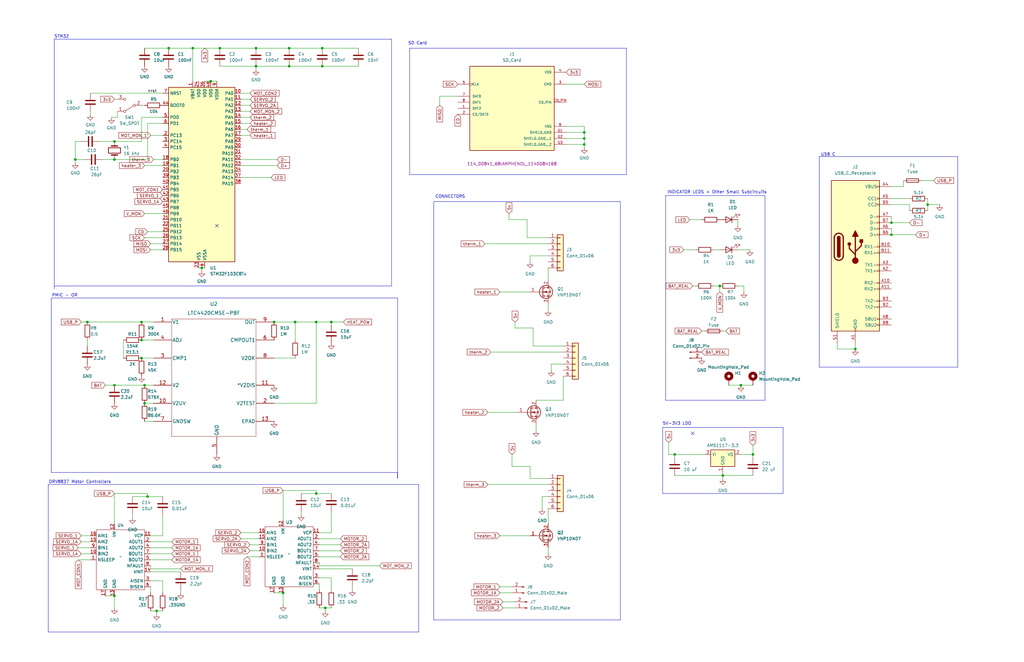
<source format=kicad_sch>
(kicad_sch (version 20231120) (generator "eeschema") (generator_version "8.0")
  (paper "USLedger")
  (junction (at 304.8 200.66))
  (junction (at 133.35 135.89))
  (junction (at 246.38 58.42))
  (junction (at 59.69 151.13))
  (junction (at 59.69 135.89))
  (junction (at 81.28 20.32))
  (junction (at 107.95 20.32))
  (junction (at 246.38 55.88))
  (junction (at 60.96 170.18))
  (junction (at 121.92 20.32))
  (junction (at 133.35 208.28))
  (junction (at 135.89 27.94))
  (junction (at 375.92 99.06))
  (junction (at 107.95 27.94))
  (junction (at 71.12 20.32))
  (junction (at 139.7 135.89))
  (junction (at 137.16 256.54))
  (junction (at 124.46 135.89))
  (junction (at 121.92 27.94))
  (junction (at 62.23 209.55))
  (junction (at 85.09 113.03))
  (junction (at 246.38 60.96))
  (junction (at 135.89 20.32))
  (junction (at 36.83 135.89))
  (junction (at 312.42 162.56))
  (junction (at 31.75 67.31))
  (junction (at 303.53 120.65))
  (junction (at 92.71 20.32))
  (junction (at 48.26 162.56))
  (junction (at 119.38 250.19))
  (junction (at 284.48 191.77))
  (junction (at 66.04 257.81))
  (junction (at 59.69 143.51))
  (junction (at 48.26 251.46))
  (junction (at 115.57 135.89))
  (junction (at 60.96 162.56))
  (junction (at 88.9 34.29))
  (junction (at 48.26 59.69))
  (junction (at 48.26 67.31))
  (junction (at 375.92 93.98))
  (junction (at 360.68 147.32))
  (junction (at 317.5 191.77))
  (junction (at 391.16 86.36))
  (no_connect (at 91.44 95.25))
  (no_connect (at 292.1 182.88))
  (wire (pts (xy 317.5 191.77) (xy 317.5 193.04)))
  (wire (pts (xy 62.23 67.31) (xy 62.23 52.07)))
  (wire (pts (xy 311.15 120.65) (xy 313.69 120.65)))
  (wire (pts (xy 237.49 153.67) (xy 232.41 153.67)))
  (wire (pts (xy 134.62 232.41) (xy 143.51 232.41)))
  (wire (pts (xy 222.25 92.71) (xy 222.25 100.33)))
  (wire (pts (xy 63.5 228.6) (xy 72.39 228.6)))
  (wire (pts (xy 133.35 207.01) (xy 133.35 208.28)))
  (wire (pts (xy 121.92 27.94) (xy 135.89 27.94)))
  (polyline (pts (xy 261.62 85.09) (xy 261.62 261.62)))
  (polyline (pts (xy 22.86 16.51) (xy 165.1 16.51)))
  (wire (pts (xy 43.18 67.31) (xy 48.26 67.31)))
  (wire (pts (xy 124.46 135.89) (xy 133.35 135.89)))
  (wire (pts (xy 68.58 217.17) (xy 68.58 226.06)))
  (wire (pts (xy 304.8 139.7) (xy 306.07 139.7)))
  (polyline (pts (xy 167.64 199.39) (xy 167.64 201.93)))
  (wire (pts (xy 137.16 256.54) (xy 137.16 257.81)))
  (wire (pts (xy 62.23 209.55) (xy 68.58 209.55)))
  (polyline (pts (xy 165.1 120.65) (xy 165.1 16.51)))
  (wire (pts (xy 137.16 256.54) (xy 139.7 256.54)))
  (wire (pts (xy 134.62 256.54) (xy 137.16 256.54)))
  (wire (pts (xy 119.38 219.71) (xy 119.38 207.01)))
  (wire (pts (xy 312.42 162.56) (xy 317.5 162.56)))
  (polyline (pts (xy 403.86 154.94) (xy 345.44 154.94)))
  (wire (pts (xy 101.6 46.99) (xy 105.41 46.99)))
  (wire (pts (xy 290.83 92.71) (xy 295.91 92.71)))
  (wire (pts (xy 55.88 209.55) (xy 62.23 209.55)))
  (wire (pts (xy 210.82 247.65) (xy 215.9 247.65)))
  (polyline (pts (xy 176.53 266.7) (xy 20.32 266.7)))
  (polyline (pts (xy 182.88 85.09) (xy 261.62 85.09)))
  (wire (pts (xy 107.95 27.94) (xy 107.95 29.21)))
  (wire (pts (xy 105.41 44.45) (xy 101.6 44.45)))
  (polyline (pts (xy 279.4 208.28) (xy 279.4 180.34)))
  (wire (pts (xy 204.47 102.87) (xy 231.14 102.87)))
  (wire (pts (xy 391.16 83.82) (xy 391.16 86.36)))
  (wire (pts (xy 59.69 44.45) (xy 60.96 44.45)))
  (wire (pts (xy 48.26 208.28) (xy 62.23 208.28)))
  (wire (pts (xy 119.38 255.27) (xy 119.38 250.19)))
  (polyline (pts (xy 21.59 199.39) (xy 21.59 125.73)))
  (wire (pts (xy 246.38 58.42) (xy 246.38 55.88)))
  (wire (pts (xy 68.58 49.53) (xy 59.69 49.53)))
  (wire (pts (xy 66.04 257.81) (xy 66.04 259.08)))
  (wire (pts (xy 231.14 214.63) (xy 231.14 220.98)))
  (wire (pts (xy 81.28 20.32) (xy 81.28 34.29)))
  (wire (pts (xy 139.7 137.16) (xy 139.7 135.89)))
  (polyline (pts (xy 21.59 125.73) (xy 167.64 125.73)))
  (wire (pts (xy 238.76 60.96) (xy 246.38 60.96)))
  (wire (pts (xy 127 208.28) (xy 133.35 208.28)))
  (wire (pts (xy 88.9 34.29) (xy 86.36 34.29)))
  (polyline (pts (xy 264.16 20.32) (xy 264.16 73.66)))
  (wire (pts (xy 134.62 229.87) (xy 143.51 229.87)))
  (wire (pts (xy 304.8 199.39) (xy 304.8 200.66)))
  (wire (pts (xy 139.7 135.89) (xy 144.78 135.89)))
  (polyline (pts (xy 280.67 82.55) (xy 322.58 82.55)))
  (wire (pts (xy 139.7 224.79) (xy 134.62 224.79)))
  (wire (pts (xy 105.41 229.87) (xy 109.22 229.87)))
  (wire (pts (xy 31.75 59.69) (xy 31.75 67.31)))
  (wire (pts (xy 139.7 243.84) (xy 139.7 248.92)))
  (polyline (pts (xy 280.67 168.91) (xy 280.67 82.55)))
  (wire (pts (xy 133.35 170.18) (xy 133.35 135.89)))
  (wire (pts (xy 232.41 153.67) (xy 232.41 156.21)))
  (wire (pts (xy 66.04 257.81) (xy 68.58 257.81)))
  (polyline (pts (xy 322.58 168.91) (xy 280.67 168.91)))
  (wire (pts (xy 85.09 113.03) (xy 85.09 114.3)))
  (wire (pts (xy 212.09 254) (xy 217.17 254)))
  (wire (pts (xy 59.69 143.51) (xy 64.77 143.51)))
  (wire (pts (xy 304.8 200.66) (xy 304.8 201.93)))
  (wire (pts (xy 34.29 135.89) (xy 36.83 135.89)))
  (wire (pts (xy 38.1 48.26) (xy 38.1 46.99)))
  (wire (pts (xy 60.96 170.18) (xy 64.77 170.18)))
  (wire (pts (xy 307.34 162.56) (xy 312.42 162.56)))
  (wire (pts (xy 92.71 20.32) (xy 107.95 20.32)))
  (wire (pts (xy 115.57 250.19) (xy 119.38 250.19)))
  (wire (pts (xy 76.2 248.92) (xy 76.2 250.19)))
  (wire (pts (xy 223.52 201.93) (xy 231.14 201.93)))
  (wire (pts (xy 284.48 191.77) (xy 297.18 191.77)))
  (wire (pts (xy 217.17 138.43) (xy 224.79 138.43)))
  (wire (pts (xy 388.62 76.2) (xy 393.7 76.2)))
  (wire (pts (xy 60.96 90.17) (xy 68.58 90.17)))
  (wire (pts (xy 48.26 220.98) (xy 48.26 208.28)))
  (wire (pts (xy 134.62 238.76) (xy 134.62 237.49)))
  (wire (pts (xy 63.5 102.87) (xy 68.58 102.87)))
  (wire (pts (xy 48.26 162.56) (xy 60.96 162.56)))
  (wire (pts (xy 133.35 208.28) (xy 139.7 208.28)))
  (wire (pts (xy 281.94 186.69) (xy 281.94 191.77)))
  (wire (pts (xy 55.88 218.44) (xy 55.88 217.17)))
  (wire (pts (xy 391.16 86.36) (xy 391.16 88.9)))
  (wire (pts (xy 135.89 27.94) (xy 151.13 27.94)))
  (wire (pts (xy 238.76 58.42) (xy 246.38 58.42)))
  (wire (pts (xy 63.5 245.11) (xy 68.58 245.11)))
  (wire (pts (xy 381 78.74) (xy 375.92 78.74)))
  (wire (pts (xy 237.49 158.75) (xy 237.49 168.91)))
  (polyline (pts (xy 322.58 82.55) (xy 322.58 168.91)))
  (wire (pts (xy 64.77 67.31) (xy 68.58 67.31)))
  (wire (pts (xy 83.82 113.03) (xy 85.09 113.03)))
  (wire (pts (xy 300.99 105.41) (xy 303.53 105.41)))
  (wire (pts (xy 292.1 120.65) (xy 293.37 120.65)))
  (wire (pts (xy 391.16 86.36) (xy 396.24 86.36)))
  (wire (pts (xy 63.5 240.03) (xy 63.5 238.76)))
  (wire (pts (xy 63.5 241.3) (xy 76.2 241.3)))
  (wire (pts (xy 68.58 226.06) (xy 63.5 226.06)))
  (wire (pts (xy 205.74 173.99) (xy 218.44 173.99)))
  (wire (pts (xy 246.38 62.23) (xy 246.38 60.96)))
  (polyline (pts (xy 22.86 16.51) (xy 22.86 121.92)))
  (wire (pts (xy 76.2 240.03) (xy 63.5 240.03)))
  (wire (pts (xy 228.6 209.55) (xy 228.6 214.63)))
  (polyline (pts (xy 172.72 20.32) (xy 264.16 20.32)))
  (wire (pts (xy 63.5 231.14) (xy 72.39 231.14)))
  (wire (pts (xy 59.69 151.13) (xy 64.77 151.13)))
  (wire (pts (xy 41.91 59.69) (xy 48.26 59.69)))
  (wire (pts (xy 134.62 240.03) (xy 148.59 240.03)))
  (wire (pts (xy 214.63 90.17) (xy 214.63 92.71)))
  (wire (pts (xy 48.26 67.31) (xy 62.23 67.31)))
  (wire (pts (xy 33.02 236.22) (xy 38.1 236.22)))
  (wire (pts (xy 107.95 20.32) (xy 121.92 20.32)))
  (wire (pts (xy 238.76 55.88) (xy 246.38 55.88)))
  (wire (pts (xy 311.15 105.41) (xy 316.23 105.41)))
  (wire (pts (xy 228.6 209.55) (xy 231.14 209.55)))
  (wire (pts (xy 63.5 236.22) (xy 72.39 236.22)))
  (wire (pts (xy 63.5 247.65) (xy 63.5 250.19)))
  (wire (pts (xy 101.6 69.85) (xy 116.84 69.85)))
  (polyline (pts (xy 20.32 266.7) (xy 20.32 204.47)))
  (wire (pts (xy 104.14 234.95) (xy 109.22 234.95)))
  (polyline (pts (xy 345.44 66.04) (xy 403.86 66.04)))
  (wire (pts (xy 52.07 143.51) (xy 52.07 151.13)))
  (wire (pts (xy 124.46 135.89) (xy 124.46 143.51)))
  (wire (pts (xy 210.82 226.06) (xy 223.52 226.06)))
  (wire (pts (xy 215.9 196.85) (xy 223.52 196.85)))
  (wire (pts (xy 313.69 120.65) (xy 313.69 123.19)))
  (polyline (pts (xy 182.88 261.62) (xy 182.88 85.09)))
  (wire (pts (xy 115.57 170.18) (xy 133.35 170.18)))
  (wire (pts (xy 127 217.17) (xy 127 215.9)))
  (wire (pts (xy 185.42 40.64) (xy 193.04 40.64)))
  (wire (pts (xy 134.62 246.38) (xy 134.62 248.92)))
  (wire (pts (xy 231.14 128.27) (xy 231.14 130.81)))
  (wire (pts (xy 105.41 232.41) (xy 109.22 232.41)))
  (wire (pts (xy 246.38 55.88) (xy 246.38 53.34)))
  (polyline (pts (xy 167.64 199.39) (xy 21.59 199.39)))
  (wire (pts (xy 71.12 20.32) (xy 81.28 20.32)))
  (wire (pts (xy 115.57 135.89) (xy 124.46 135.89)))
  (wire (pts (xy 119.38 207.01) (xy 133.35 207.01)))
  (wire (pts (xy 317.5 187.96) (xy 317.5 191.77)))
  (wire (pts (xy 185.42 44.45) (xy 185.42 40.64)))
  (polyline (pts (xy 330.2 208.28) (xy 279.4 208.28)))
  (wire (pts (xy 101.6 224.79) (xy 109.22 224.79)))
  (polyline (pts (xy 403.86 66.04) (xy 403.86 154.94)))
  (wire (pts (xy 160.02 238.76) (xy 134.62 238.76)))
  (wire (pts (xy 59.69 59.69) (xy 48.26 59.69)))
  (wire (pts (xy 101.6 227.33) (xy 109.22 227.33)))
  (wire (pts (xy 101.6 49.53) (xy 105.41 49.53)))
  (wire (pts (xy 38.1 39.37) (xy 68.58 39.37)))
  (wire (pts (xy 60.96 69.85) (xy 68.58 69.85)))
  (wire (pts (xy 133.35 135.89) (xy 139.7 135.89)))
  (wire (pts (xy 121.92 20.32) (xy 135.89 20.32)))
  (wire (pts (xy 101.6 54.61) (xy 104.14 54.61)))
  (wire (pts (xy 107.95 27.94) (xy 121.92 27.94)))
  (wire (pts (xy 85.09 113.03) (xy 86.36 113.03)))
  (wire (pts (xy 31.75 67.31) (xy 35.56 67.31)))
  (wire (pts (xy 105.41 41.91) (xy 101.6 41.91)))
  (wire (pts (xy 353.06 144.78) (xy 353.06 147.32)))
  (wire (pts (xy 60.96 162.56) (xy 64.77 162.56)))
  (wire (pts (xy 360.68 144.78) (xy 360.68 147.32)))
  (wire (pts (xy 375.92 83.82) (xy 383.54 83.82)))
  (wire (pts (xy 222.25 100.33) (xy 231.14 100.33)))
  (wire (pts (xy 231.14 113.03) (xy 231.14 118.11)))
  (wire (pts (xy 60.96 100.33) (xy 68.58 100.33)))
  (wire (pts (xy 134.62 227.33) (xy 143.51 227.33)))
  (wire (pts (xy 62.23 97.79) (xy 68.58 97.79)))
  (wire (pts (xy 31.75 67.31) (xy 31.75 68.58)))
  (wire (pts (xy 88.9 34.29) (xy 91.44 34.29)))
  (wire (pts (xy 303.53 120.65) (xy 303.53 123.19)))
  (wire (pts (xy 237.49 168.91) (xy 226.06 168.91)))
  (wire (pts (xy 33.02 231.14) (xy 38.1 231.14)))
  (wire (pts (xy 101.6 52.07) (xy 105.41 52.07)))
  (wire (pts (xy 101.6 67.31) (xy 116.84 67.31)))
  (wire (pts (xy 36.83 143.51) (xy 36.83 146.05)))
  (wire (pts (xy 224.79 146.05) (xy 237.49 146.05)))
  (wire (pts (xy 304.8 200.66) (xy 317.5 200.66)))
  (wire (pts (xy 214.63 92.71) (xy 222.25 92.71)))
  (wire (pts (xy 34.29 233.68) (xy 38.1 233.68)))
  (wire (pts (xy 63.5 105.41) (xy 68.58 105.41)))
  (wire (pts (xy 63.5 57.15) (xy 68.58 57.15)))
  (wire (pts (xy 48.26 256.54) (xy 48.26 251.46)))
  (wire (pts (xy 312.42 191.77) (xy 317.5 191.77)))
  (wire (pts (xy 246.38 60.96) (xy 246.38 58.42)))
  (polyline (pts (xy 279.4 180.34) (xy 330.2 180.34)))
  (wire (pts (xy 375.92 96.52) (xy 375.92 99.06)))
  (wire (pts (xy 217.17 135.89) (xy 217.17 138.43)))
  (wire (pts (xy 311.15 92.71) (xy 311.15 95.25)))
  (wire (pts (xy 210.82 250.19) (xy 215.9 250.19)))
  (wire (pts (xy 60.96 20.32) (xy 71.12 20.32)))
  (wire (pts (xy 353.06 147.32) (xy 360.68 147.32)))
  (wire (pts (xy 63.5 233.68) (xy 72.39 233.68)))
  (wire (pts (xy 139.7 215.9) (xy 139.7 224.79)))
  (polyline (pts (xy 172.72 73.66) (xy 172.72 20.32)))
  (wire (pts (xy 148.59 247.65) (xy 148.59 248.92)))
  (polyline (pts (xy 22.86 120.65) (xy 165.1 120.65)))
  (wire (pts (xy 62.23 52.07) (xy 68.58 52.07)))
  (wire (pts (xy 224.79 138.43) (xy 224.79 146.05)))
  (wire (pts (xy 92.71 27.94) (xy 107.95 27.94)))
  (wire (pts (xy 375.92 93.98) (xy 383.54 93.98)))
  (wire (pts (xy 300.99 120.65) (xy 303.53 120.65)))
  (wire (pts (xy 115.57 151.13) (xy 124.46 151.13)))
  (wire (pts (xy 59.69 49.53) (xy 59.69 59.69)))
  (wire (pts (xy 81.28 20.32) (xy 92.71 20.32)))
  (wire (pts (xy 44.45 162.56) (xy 48.26 162.56)))
  (wire (pts (xy 59.69 135.89) (xy 64.77 135.89)))
  (polyline (pts (xy 20.32 204.47) (xy 176.53 204.47)))
  (wire (pts (xy 284.48 200.66) (xy 304.8 200.66)))
  (wire (pts (xy 135.89 20.32) (xy 151.13 20.32)))
  (wire (pts (xy 34.29 59.69) (xy 31.75 59.69)))
  (wire (pts (xy 381 76.2) (xy 381 78.74)))
  (wire (pts (xy 210.82 123.19) (xy 223.52 123.19)))
  (wire (pts (xy 383.54 86.36) (xy 383.54 88.9)))
  (wire (pts (xy 36.83 135.89) (xy 59.69 135.89)))
  (wire (pts (xy 44.45 251.46) (xy 48.26 251.46)))
  (wire (pts (xy 223.52 196.85) (xy 223.52 201.93)))
  (wire (pts (xy 238.76 35.56) (xy 246.38 35.56)))
  (wire (pts (xy 101.6 57.15) (xy 105.41 57.15)))
  (wire (pts (xy 63.5 257.81) (xy 66.04 257.81)))
  (wire (pts (xy 46.99 49.53) (xy 49.53 49.53)))
  (wire (pts (xy 223.52 107.95) (xy 231.14 107.95)))
  (wire (pts (xy 205.74 204.47) (xy 231.14 204.47)))
  (polyline (pts (xy 167.64 125.73) (xy 167.64 201.93)))
  (wire (pts (xy 60.96 177.8) (xy 64.77 177.8)))
  (wire (pts (xy 284.48 191.77) (xy 284.48 193.04)))
  (wire (pts (xy 297.18 139.7) (xy 295.91 139.7)))
  (polyline (pts (xy 261.62 261.62) (xy 182.88 261.62)))
  (wire (pts (xy 246.38 53.34) (xy 238.76 53.34)))
  (polyline (pts (xy 264.16 73.66) (xy 172.72 73.66)))
  (wire (pts (xy 134.62 234.95) (xy 143.51 234.95)))
  (polyline (pts (xy 330.2 180.34) (xy 330.2 208.28)))
  (wire (pts (xy 101.6 74.93) (xy 114.3 74.93)))
  (wire (pts (xy 212.09 256.54) (xy 217.17 256.54)))
  (wire (pts (xy 207.01 148.59) (xy 237.49 148.59)))
  (wire (pts (xy 226.06 179.07) (xy 226.06 181.61)))
  (polyline (pts (xy 176.53 204.47) (xy 176.53 266.7)))
  (wire (pts (xy 375.92 86.36) (xy 383.54 86.36)))
  (wire (pts (xy 34.29 226.06) (xy 38.1 226.06)))
  (wire (pts (xy 62.23 208.28) (xy 62.23 209.55)))
  (wire (pts (xy 281.94 191.77) (xy 284.48 191.77)))
  (wire (pts (xy 288.29 105.41) (xy 293.37 105.41)))
  (wire (pts (xy 231.14 231.14) (xy 231.14 233.68)))
  (wire (pts (xy 223.52 107.95) (xy 223.52 110.49)))
  (wire (pts (xy 134.62 243.84) (xy 139.7 243.84)))
  (wire (pts (xy 34.29 228.6) (xy 38.1 228.6)))
  (wire (pts (xy 375.92 99.06) (xy 386.08 99.06)))
  (wire (pts (xy 105.41 39.37) (xy 101.6 39.37)))
  (wire (pts (xy 68.58 245.11) (xy 68.58 250.19)))
  (wire (pts (xy 49.53 49.53) (xy 49.53 46.99)))
  (wire (pts (xy 48.26 41.91) (xy 49.53 41.91)))
  (polyline (pts (xy 345.44 154.94) (xy 345.44 66.04)))
  (wire (pts (xy 215.9 191.77) (xy 215.9 196.85)))
  (wire (pts (xy 375.92 91.44) (xy 375.92 93.98)))
  (text "DRV8837 Motor Controllers" (at 20.574 204.216 0) (effects (font (size 1.27 1.27)) (justify left bottom)))
  (text "INDICATOR LEDS + Other Small Subcircuits" (at 281.305 81.915 0) (effects (font (size 1.27 1.27)) (justify left bottom)))
  (text "STM32" (at 22.86 16.256 0) (effects (font (size 1.27 1.27)) (justify left bottom)))
  (text "SD Card" (at 172.085 19.05 0) (effects (font (size 1.27 1.27)) (justify left bottom)))
  (text "PMIC - OR" (at 21.844 125.476 0) (effects (font (size 1.27 1.27)) (justify left bottom)))
  (text "USB C" (at 346.075 66.04 0) (effects (font (size 1.27 1.27)) (justify left bottom)))
  (text "5V-3V3 LDO" (at 279.4 179.578 0) (effects (font (size 1.27 1.27)) (justify left bottom)))
  (text "CONNECTORS\n" (at 183.515 83.82 0) (effects (font (size 1.27 1.27)) (justify left bottom)))
  (label "nrst" (at 62.23 39.37 0))
  (global_label "LED" (shape input) (at 114.3 74.93 0) (property "Intersheetrefs" "${INTERSHEET_REFS}" (effects (hide yes))))
  (global_label "MOTOR_2A" (shape input) (at 143.51 234.95 0) (property "Intersheetrefs" "${INTERSHEET_REFS}" (effects (hide yes))))
  (global_label "MOT_CON1" (shape input) (at 68.58 80.01 180) (property "Intersheetrefs" "${INTERSHEET_REFS}" (effects (hide yes))))
  (global_label "SERVO_1" (shape input) (at 34.29 226.06 180) (property "Intersheetrefs" "${INTERSHEET_REFS}" (effects (hide yes))))
  (global_label "3v3" (shape input) (at 86.36 20.32 270) (property "Intersheetrefs" "${INTERSHEET_REFS}" (effects (hide yes))))
  (global_label "3v3" (shape input) (at 238.76 30.48 0) (property "Intersheetrefs" "${INTERSHEET_REFS}" (effects (hide yes))))
  (global_label "heater_1" (shape input) (at 210.82 123.19 180) (property "Intersheetrefs" "${INTERSHEET_REFS}" (effects (hide yes))))
  (global_label "MOTOR_1" (shape input) (at 72.39 228.6 0) (property "Intersheetrefs" "${INTERSHEET_REFS}" (effects (hide yes))))
  (global_label "D-" (shape input) (at 383.54 93.98 0) (property "Intersheetrefs" "${INTERSHEET_REFS}" (effects (hide yes))))
  (global_label "therm_3" (shape input) (at 64.77 67.31 180) (property "Intersheetrefs" "${INTERSHEET_REFS}" (effects (hide yes))))
  (global_label "therm_2" (shape input) (at 105.41 49.53 0) (property "Intersheetrefs" "${INTERSHEET_REFS}" (effects (hide yes))))
  (global_label "heater_3" (shape input) (at 210.82 226.06 180) (property "Intersheetrefs" "${INTERSHEET_REFS}" (effects (hide yes))))
  (global_label "SERVO_2A" (shape input) (at 105.41 44.45 0) (property "Intersheetrefs" "${INTERSHEET_REFS}" (effects (hide yes))))
  (global_label "SERVO_2" (shape input) (at 105.41 41.91 0) (property "Intersheetrefs" "${INTERSHEET_REFS}" (effects (hide yes))))
  (global_label "USB_P" (shape input) (at 393.7 76.2 0) (property "Intersheetrefs" "${INTERSHEET_REFS}" (effects (hide yes))))
  (global_label "5v" (shape input) (at 215.9 191.77 90) (property "Intersheetrefs" "${INTERSHEET_REFS}" (effects (hide yes))))
  (global_label "CD" (shape input) (at 62.23 97.79 180) (property "Intersheetrefs" "${INTERSHEET_REFS}" (effects (hide yes))))
  (global_label "MOT_MON_1" (shape input) (at 63.5 57.15 180) (property "Intersheetrefs" "${INTERSHEET_REFS}" (effects (hide yes))))
  (global_label "heater_2" (shape input) (at 205.74 173.99 180) (property "Intersheetrefs" "${INTERSHEET_REFS}" (effects (hide yes))))
  (global_label "3v3" (shape input) (at 48.26 41.91 180) (property "Intersheetrefs" "${INTERSHEET_REFS}" (effects (hide yes))))
  (global_label "heater_1" (shape input) (at 105.41 57.15 0) (property "Intersheetrefs" "${INTERSHEET_REFS}" (effects (hide yes))))
  (global_label "SERVO_2A" (shape input) (at 105.41 232.41 180) (property "Intersheetrefs" "${INTERSHEET_REFS}" (effects (hide yes))))
  (global_label "SCK" (shape input) (at 193.04 35.56 180) (property "Intersheetrefs" "${INTERSHEET_REFS}" (effects (hide yes))))
  (global_label "USB_P" (shape input) (at 48.26 208.28 180) (property "Intersheetrefs" "${INTERSHEET_REFS}" (effects (hide yes))))
  (global_label "therm_1" (shape input) (at 104.14 54.61 0) (property "Intersheetrefs" "${INTERSHEET_REFS}" (effects (hide yes))))
  (global_label "MOSI" (shape input) (at 63.5 105.41 180) (property "Intersheetrefs" "${INTERSHEET_REFS}" (effects (hide yes))))
  (global_label "HEAT_POW" (shape input) (at 144.78 135.89 0) (property "Intersheetrefs" "${INTERSHEET_REFS}" (effects (hide yes))))
  (global_label "MOTOR_1A" (shape input) (at 210.82 250.19 180) (property "Intersheetrefs" "${INTERSHEET_REFS}" (effects (hide yes))))
  (global_label "SERVO_1A" (shape input) (at 68.58 85.09 180) (property "Intersheetrefs" "${INTERSHEET_REFS}" (effects (hide yes))))
  (global_label "SERVO_1" (shape input) (at 33.02 231.14 180) (property "Intersheetrefs" "${INTERSHEET_REFS}" (effects (hide yes))))
  (global_label "BAT_REAL" (shape input) (at 295.91 139.7 180) (property "Intersheetrefs" "${INTERSHEET_REFS}" (effects (hide yes))))
  (global_label "MOT_CON2" (shape input) (at 104.14 234.95 270) (property "Intersheetrefs" "${INTERSHEET_REFS}" (effects (hide yes))))
  (global_label "MOTOR_1" (shape input) (at 210.82 247.65 180) (property "Intersheetrefs" "${INTERSHEET_REFS}" (effects (hide yes))))
  (global_label "heater_2" (shape input) (at 105.41 52.07 0) (property "Intersheetrefs" "${INTERSHEET_REFS}" (effects (hide yes))))
  (global_label "V_MON" (shape input) (at 60.96 90.17 180) (property "Intersheetrefs" "${INTERSHEET_REFS}" (effects (hide yes))))
  (global_label "MOSI" (shape input) (at 246.38 35.56 0) (property "Intersheetrefs" "${INTERSHEET_REFS}" (effects (hide yes))))
  (global_label "USB_P" (shape input) (at 34.29 135.89 180) (property "Intersheetrefs" "${INTERSHEET_REFS}" (effects (hide yes))))
  (global_label "MOTOR_1A" (shape input) (at 72.39 236.22 0) (property "Intersheetrefs" "${INTERSHEET_REFS}" (effects (hide yes))))
  (global_label "MISO" (shape input) (at 185.42 44.45 270) (property "Intersheetrefs" "${INTERSHEET_REFS}" (effects (hide yes))))
  (global_label "MOTOR_2" (shape input) (at 143.51 232.41 0) (property "Intersheetrefs" "${INTERSHEET_REFS}" (effects (hide yes))))
  (global_label "BAT_REAL" (shape input) (at 295.91 148.59 0) (property "Intersheetrefs" "${INTERSHEET_REFS}" (effects (hide yes))))
  (global_label "BAT_REAL" (shape input) (at 292.1 120.65 180) (property "Intersheetrefs" "${INTERSHEET_REFS}" (effects (hide yes))))
  (global_label "SERVO_2A" (shape input) (at 101.6 227.33 180) (property "Intersheetrefs" "${INTERSHEET_REFS}" (effects (hide yes))))
  (global_label "MOTOR_1A" (shape input) (at 72.39 231.14 0) (property "Intersheetrefs" "${INTERSHEET_REFS}" (effects (hide yes))))
  (global_label "SERVO_2" (shape input) (at 101.6 224.79 180) (property "Intersheetrefs" "${INTERSHEET_REFS}" (effects (hide yes))))
  (global_label "MOTOR_1" (shape input) (at 72.39 233.68 0) (property "Intersheetrefs" "${INTERSHEET_REFS}" (effects (hide yes))))
  (global_label "SCK" (shape input) (at 60.96 100.33 180) (property "Intersheetrefs" "${INTERSHEET_REFS}" (effects (hide yes))))
  (global_label "MOT_CON1" (shape input) (at 33.02 236.22 270) (property "Intersheetrefs" "${INTERSHEET_REFS}" (effects (hide yes))))
  (global_label "BAT" (shape input) (at 44.45 162.56 180) (property "Intersheetrefs" "${INTERSHEET_REFS}" (effects (hide yes))))
  (global_label "3v3" (shape input) (at 317.5 187.96 90) (property "Intersheetrefs" "${INTERSHEET_REFS}" (effects (hide yes))))
  (global_label "MISO" (shape input) (at 63.5 102.87 180) (property "Intersheetrefs" "${INTERSHEET_REFS}" (effects (hide yes))))
  (global_label "therm_3" (shape input) (at 205.74 204.47 180) (property "Intersheetrefs" "${INTERSHEET_REFS}" (effects (hide yes))))
  (global_label "3v3" (shape input) (at 288.29 105.41 180) (property "Intersheetrefs" "${INTERSHEET_REFS}" (effects (hide yes))))
  (global_label "BAT" (shape input) (at 306.07 139.7 0) (property "Intersheetrefs" "${INTERSHEET_REFS}" (effects (hide yes))))
  (global_label "MOTOR_2A" (shape input) (at 212.09 254 180) (property "Intersheetrefs" "${INTERSHEET_REFS}" (effects (hide yes))))
  (global_label "CD" (shape input) (at 193.04 48.26 270) (property "Intersheetrefs" "${INTERSHEET_REFS}" (effects (hide yes))))
  (global_label "D+" (shape input) (at 386.08 99.06 0) (property "Intersheetrefs" "${INTERSHEET_REFS}" (effects (hide yes))))
  (global_label "MOTOR_2" (shape input) (at 143.51 227.33 0) (property "Intersheetrefs" "${INTERSHEET_REFS}" (effects (hide yes))))
  (global_label "therm_2" (shape input) (at 207.01 148.59 180) (property "Intersheetrefs" "${INTERSHEET_REFS}" (effects (hide yes))))
  (global_label "MOT_MON_2" (shape input) (at 105.41 46.99 0) (property "Intersheetrefs" "${INTERSHEET_REFS}" (effects (hide yes))))
  (global_label "D-" (shape input) (at 116.84 67.31 0) (property "Intersheetrefs" "${INTERSHEET_REFS}" (effects (hide yes))))
  (global_label "MOTOR_2A" (shape input) (at 143.51 229.87 0) (property "Intersheetrefs" "${INTERSHEET_REFS}" (effects (hide yes))))
  (global_label "D+" (shape input) (at 116.84 69.85 0) (property "Intersheetrefs" "${INTERSHEET_REFS}" (effects (hide yes))))
  (global_label "MOT_MON_1" (shape input) (at 76.2 240.03 0) (property "Intersheetrefs" "${INTERSHEET_REFS}" (effects (hide yes))))
  (global_label "USB_P" (shape input) (at 119.38 207.01 180) (property "Intersheetrefs" "${INTERSHEET_REFS}" (effects (hide yes))))
  (global_label "V_MON" (shape input) (at 303.53 123.19 270) (property "Intersheetrefs" "${INTERSHEET_REFS}" (effects (hide yes))))
  (global_label "MOT_MON_2" (shape input) (at 160.02 238.76 0) (property "Intersheetrefs" "${INTERSHEET_REFS}" (effects (hide yes))))
  (global_label "SERVO_2" (shape input) (at 105.41 229.87 180) (property "Intersheetrefs" "${INTERSHEET_REFS}" (effects (hide yes))))
  (global_label "therm_1" (shape input) (at 204.47 102.87 180) (property "Intersheetrefs" "${INTERSHEET_REFS}" (effects (hide yes))))
  (global_label "5v" (shape input) (at 214.63 90.17 90) (property "Intersheetrefs" "${INTERSHEET_REFS}" (effects (hide yes))))
  (global_label "MOT_CON2" (shape input) (at 105.41 39.37 0) (property "Intersheetrefs" "${INTERSHEET_REFS}" (effects (hide yes))))
  (global_label "MOTOR_2" (shape input) (at 212.09 256.54 180) (property "Intersheetrefs" "${INTERSHEET_REFS}" (effects (hide yes))))
  (global_label "5v" (shape input) (at 217.17 135.89 90) (property "Intersheetrefs" "${INTERSHEET_REFS}" (effects (hide yes))))
  (global_label "5v" (shape input) (at 281.94 186.69 90) (property "Intersheetrefs" "${INTERSHEET_REFS}" (effects (hide yes))))
  (global_label "SERVO_1A" (shape input) (at 34.29 233.68 180) (property "Intersheetrefs" "${INTERSHEET_REFS}" (effects (hide yes))))
  (global_label "SERVO_1A" (shape input) (at 34.29 228.6 180) (property "Intersheetrefs" "${INTERSHEET_REFS}" (effects (hide yes))))
  (global_label "LED" (shape input) (at 290.83 92.71 180) (property "Intersheetrefs" "${INTERSHEET_REFS}" (effects (hide yes))))
  (global_label "heater_3" (shape input) (at 60.96 69.85 180) (property "Intersheetrefs" "${INTERSHEET_REFS}" (effects (hide yes))))
  (global_label "SERVO_1" (shape input) (at 68.58 82.55 180) (property "Intersheetrefs" "${INTERSHEET_REFS}" (effects (hide yes))))
  (symbol (lib_name "GND_1") (lib_id "power:GND") (at 115.57 177.8 0) (unit 1)
    (property "Reference" "#PWR035" (effects (hide yes)))
    (property "Value" "GND" (at 115.57 182.88 0))
  )
  (symbol (lib_id "Device:R") (at 297.18 105.41 90) (unit 1)
    (property "Reference" "R4" (at 297.815 107.95 90))
    (property "Value" "1K" (at 297.815 110.49 90))
    (property "Footprint" "Resistor_SMD:R_0402_1005Metric" (effects (hide yes)))
  )
  (symbol (lib_id "Device:R") (at 115.57 139.7 0) (unit 1)
    (property "Reference" "R10" (at 118.11 138.4299 0) (effects (justify left)))
    (property "Value" "1M" (at 118.11 140.9699 0) (effects (justify left)))
    (property "Footprint" "Resistor_SMD:R_0402_1005Metric" (effects (hide yes)))
  )
  (symbol (lib_name "GND_7") (lib_id "power:GND") (at 85.09 114.3 0) (unit 1)
    (property "Reference" "#PWR018" (effects (hide yes)))
    (property "Value" "GND" (at 85.09 118.745 0))
  )
  (symbol (lib_id "DRV883:DRV883") (at 50.8 234.95 0) (unit 1)
    (property "Reference" "U4" (at 50.8 221.6658 0))
    (property "Value" "~" (at 50.8 234.95 0))
    (property "Footprint" "Package_DFN_QFN:WQFN-16-1EP_4x4mm_P0.5mm_EP2.6x2.6mm" (effects (hide yes)))
  )
  (symbol (lib_name "GND_2") (lib_id "power:GND") (at 295.91 151.13 0) (unit 1)
    (property "Reference" "#PWR038" (effects (hide yes)))
    (property "Value" "GND" (at 295.91 156.21 0))
  )
  (symbol (lib_id "Device:R") (at 63.5 254 0) (unit 1)
    (property "Reference" "R17" (at 58.42 252.73 0) (effects (justify left)))
    (property "Value" ".33" (at 58.42 255.27 0) (effects (justify left)))
    (property "Footprint" "Resistor_SMD:R_0402_1005Metric" (effects (hide yes)))
  )
  (symbol (lib_name "GND_7") (lib_id "power:GND") (at 38.1 48.26 0) (unit 1)
    (property "Reference" "#PWR010" (effects (hide yes)))
    (property "Value" "GND" (at 38.1 52.705 0))
  )
  (symbol (lib_id "Device:R") (at 307.34 120.65 90) (unit 1)
    (property "Reference" "R7" (at 307.975 123.19 90))
    (property "Value" "100k" (at 307.975 125.73 90))
    (property "Footprint" "Resistor_SMD:R_0402_1005Metric" (effects (hide yes)))
  )
  (symbol (lib_name "GND_1") (lib_id "power:GND") (at 59.69 158.75 0) (unit 1)
    (property "Reference" "#PWR027" (effects (hide yes)))
    (property "Value" "GND" (at 55.88 160.02 0))
  )
  (symbol (lib_id "Device:C") (at 139.7 212.09 0) (unit 1)
    (property "Reference" "C13" (at 143.51 210.82 0) (effects (justify left)))
    (property "Value" "0.01uF" (at 143.51 213.36 0) (effects (justify left)))
    (property "Footprint" "Capacitor_SMD:C_0402_1005Metric" (effects (hide yes)))
  )
  (symbol (lib_id "Device:Crystal") (at 48.26 63.5 90) (unit 1)
    (property "Reference" "Y1" (at 52.07 62.23 90) (effects (justify right)))
    (property "Value" "16 khz" (at 52.07 64.77 90) (effects (justify right)))
    (property "Footprint" "crystal:abm3" (effects (hide yes)))
  )
  (symbol (lib_id "Connector_Generic:Conn_01x06") (at 236.22 105.41 0) (unit 1)
    (property "Reference" "J3" (at 238.76 105.41 0) (effects (justify left)))
    (property "Value" "Conn_01x06" (at 238.76 107.95 0) (effects (justify left)))
    (property "Footprint" "ffc_conn:CON_525590652_MOL" (effects (hide yes)))
  )
  (symbol (lib_id "power:GND") (at 223.52 110.49 0) (unit 1)
    (property "Reference" "#PWR015" (effects (hide yes)))
    (property "Value" "GND" (at 223.52 115.57 0))
  )
  (symbol (lib_id "Device:R") (at 59.69 139.7 0) (unit 1)
    (property "Reference" "R9" (at 62.23 138.43 0) (effects (justify left)))
    (property "Value" "300K" (at 62.23 140.97 0) (effects (justify left)))
    (property "Footprint" "Resistor_SMD:R_0603_1608Metric" (effects (hide yes)))
  )
  (symbol (lib_id "power:GND") (at 48.26 170.18 0) (unit 1)
    (property "Reference" "#PWR031" (effects (hide yes)))
    (property "Value" "GND" (at 48.26 175.26 0))
  )
  (symbol (lib_id "Connector_Generic:Conn_01x06") (at 242.57 151.13 0) (unit 1)
    (property "Reference" "J5" (at 245.11 151.13 0) (effects (justify left)))
    (property "Value" "Conn_01x06" (at 245.11 153.67 0) (effects (justify left)))
    (property "Footprint" "ffc_conn:CON_525590652_MOL" (effects (hide yes)))
  )
  (symbol (lib_name "GND_4") (lib_id "power:GND") (at 76.2 250.19 0) (unit 1)
    (property "Reference" "#PWR030" (effects (hide yes)))
    (property "Value" "GND" (at 76.2 255.27 0))
  )
  (symbol (lib_id "Transistor_FET:VNP10N07") (at 223.52 173.99 0) (unit 1)
    (property "Reference" "Q3" (at 229.87 172.7199 0) (effects (justify left)))
    (property "Value" "VNP10N07" (at 229.87 175.2599 0) (effects (justify left)))
    (property "Footprint" "Package_TO_SOT_SMD:SOT-23-3" (effects (hide yes)))
    (property "Datasheet" "https://www.st.com/resource/en/datasheet/vnp10n07.pdf" (effects (hide yes)))
  )
  (symbol (lib_id "Device:C") (at 38.1 59.69 90) (unit 1)
    (property "Reference" "C10" (at 40.64 63.5 90) (effects (justify left)))
    (property "Value" "26pF" (at 40.64 55.88 90) (effects (justify left)))
    (property "Footprint" "Capacitor_SMD:C_0402_1005Metric" (effects (hide yes)))
  )
  (symbol (lib_name "GND_1") (lib_id "power:GND") (at 304.8 201.93 0) (unit 1)
    (property "Reference" "#PWR06" (effects (hide yes)))
    (property "Value" "GND" (at 304.8 207.01 0))
  )
  (symbol (lib_name "GND_1") (lib_id "power:GND") (at 115.57 162.56 0) (unit 1)
    (property "Reference" "#PWR028" (effects (hide yes)))
    (property "Value" "GND" (at 115.57 167.64 0))
  )
  (symbol (lib_id "Device:C") (at 60.96 24.13 0) (unit 1)
    (property "Reference" "C8" (at 64.77 22.86 0) (effects (justify left)))
    (property "Value" "10uF" (at 64.77 25.4 0) (effects (justify left)))
    (property "Footprint" "Capacitor_SMD:C_0402_1005Metric" (effects (hide yes)))
  )
  (symbol (lib_id "Device:R") (at 124.46 147.32 0) (unit 1)
    (property "Reference" "R12" (at 127 146.0499 0) (effects (justify left)))
    (property "Value" "1M" (at 127 148.5899 0) (effects (justify left)))
    (property "Footprint" "Resistor_SMD:R_0402_1005Metric" (effects (hide yes)))
  )
  (symbol (lib_id "Device:C") (at 38.1 43.18 0) (unit 1)
    (property "Reference" "C9" (at 27.94 43.18 0) (effects (justify left)))
    (property "Value" "100nF" (at 27.94 45.72 0) (effects (justify left)))
    (property "Footprint" "Capacitor_SMD:C_0402_1005Metric" (effects (hide yes)))
  )
  (symbol (lib_id "Device:C") (at 71.12 24.13 0) (unit 1)
    (property "Reference" "C1" (at 74.93 22.86 0) (effects (justify left)))
    (property "Value" "100nF" (at 74.93 25.4 0) (effects (justify left)))
    (property "Footprint" "Capacitor_SMD:C_0402_1005Metric" (effects (hide yes)))
  )
  (symbol (lib_name "GND_4") (lib_id "power:GND") (at 127 217.17 0) (unit 1)
    (property "Reference" "#PWR023" (effects (hide yes)))
    (property "Value" "GND" (at 127 222.25 0))
  )
  (symbol (lib_name "GND_7") (lib_id "power:GND") (at 107.95 29.21 0) (unit 1)
    (property "Reference" "#PWR03" (effects (hide yes)))
    (property "Value" "GND" (at 107.95 33.655 0))
  )
  (symbol (lib_id "Connector:Conn_01x02_Pin") (at 290.83 148.59 0) (unit 1)
    (property "Reference" "J8" (at 291.465 143.51 0))
    (property "Value" "Conn_01x02_Pin" (at 291.465 146.05 0))
    (property "Footprint" "Connector_JST:JST_XH_B2B-XH-AM_1x02_P2.50mm_Vertical" (effects (hide yes)))
  )
  (symbol (lib_id "power:GND") (at 231.14 130.81 0) (unit 1)
    (property "Reference" "#PWR017" (effects (hide yes)))
    (property "Value" "GND" (at 231.14 135.89 0))
  )
  (symbol (lib_id "power:GND") (at 228.6 214.63 0) (unit 1)
    (property "Reference" "#PWR019" (effects (hide yes)))
    (property "Value" "GND" (at 228.6 219.71 0))
  )
  (symbol (lib_name "GND_1") (lib_id "power:GND") (at 91.44 191.77 0) (unit 1)
    (property "Reference" "#PWR037" (effects (hide yes)))
    (property "Value" "GND" (at 91.44 196.85 0))
  )
  (symbol (lib_name "GND_4") (lib_id "power:GND") (at 55.88 218.44 0) (unit 1)
    (property "Reference" "#PWR024" (effects (hide yes)))
    (property "Value" "GND" (at 55.88 223.52 0))
  )
  (symbol (lib_id "Device:R") (at 60.96 166.37 0) (unit 1)
    (property "Reference" "R14" (at 62.23 165.1 0) (effects (justify left)))
    (property "Value" "576K" (at 62.23 167.64 0) (effects (justify left)))
    (property "Footprint" "Resistor_SMD:R_0402_1005Metric" (effects (hide yes)))
  )
  (symbol (lib_id "Device:R") (at 60.96 173.99 0) (unit 1)
    (property "Reference" "R19" (at 62.23 172.72 0) (effects (justify left)))
    (property "Value" "86.6K" (at 62.23 175.26 0) (effects (justify left)))
    (property "Footprint" "Resistor_SMD:R_0402_1005Metric" (effects (hide yes)))
  )
  (symbol (lib_name "GND_4") (lib_id "power:GND") (at 66.04 259.08 0) (unit 1)
    (property "Reference" "#PWR036" (effects (hide yes)))
    (property "Value" "GND" (at 66.04 264.16 0))
  )
  (symbol (lib_id "Device:R") (at 64.77 44.45 90) (unit 1)
    (property "Reference" "R5" (at 64.77 41.91 90))
    (property "Value" "10k" (at 64.77 46.99 90))
    (property "Footprint" "Resistor_SMD:R_0402_1005Metric" (effects (hide yes)))
  )
  (symbol (lib_id "power:GND") (at 36.83 153.67 0) (unit 1)
    (property "Reference" "#PWR026" (effects (hide yes)))
    (property "Value" "GND" (at 36.83 158.75 0))
  )
  (symbol (lib_name "GND_7") (lib_id "power:GND") (at 71.12 27.94 0) (unit 1)
    (property "Reference" "#PWR01" (effects (hide yes)))
    (property "Value" "GND" (at 71.12 32.385 0))
  )
  (symbol (lib_id "power:GND") (at 226.06 181.61 0) (unit 1)
    (property "Reference" "#PWR022" (effects (hide yes)))
    (property "Value" "GND" (at 226.06 186.69 0))
  )
  (symbol (lib_id "Device:C") (at 36.83 149.86 0) (unit 1)
    (property "Reference" "C17" (at 39.37 148.59 0) (effects (justify left)))
    (property "Value" "2.2uF" (at 39.37 151.13 0) (effects (justify left)))
    (property "Footprint" "Capacitor_SMD:C_0402_1005Metric" (effects (hide yes)))
  )
  (symbol (lib_id "Device:R") (at 55.88 143.51 90) (unit 1)
    (property "Reference" "R11" (at 55.88 140.97 90))
    (property "Value" "2K" (at 55.88 153.67 90))
    (property "Footprint" "Resistor_SMD:R_0603_1608Metric" (effects (hide yes)))
  )
  (symbol (lib_id "Device:C") (at 317.5 196.85 0) (unit 1)
    (property "Reference" "C21" (at 321.31 195.5799 0) (effects (justify left)))
    (property "Value" "22 uF" (at 321.31 198.1199 0) (effects (justify left)))
    (property "Footprint" "Capacitor_SMD:C_0402_1005Metric" (effects (hide yes)))
    (property "Description" "Unpolarized capacitor" (effects (hide yes)))
  )
  (symbol (lib_id "power:GND") (at 232.41 156.21 0) (unit 1)
    (property "Reference" "#PWR020" (effects (hide yes)))
    (property "Value" "GND" (at 232.41 161.29 0))
  )
  (symbol (lib_id "Connector:Conn_01x02_Male") (at 220.98 250.19 180) (unit 1)
    (property "Reference" "J6" (at 222.25 247.6499 0) (effects (justify right)))
    (property "Value" "Conn_01x02_Male" (at 222.25 250.1899 0) (effects (justify right)))
    (property "Footprint" "Connector_JST:JST_XH_B2B-XH-A_1x02_P2.50mm_Vertical" (effects (hide yes)))
  )
  (symbol (lib_id "Device:R") (at 134.62 252.73 0) (unit 1)
    (property "Reference" "R15" (at 129.54 251.46 0) (effects (justify left)))
    (property "Value" ".33" (at 129.54 254 0) (effects (justify left)))
    (property "Footprint" "Resistor_SMD:R_0402_1005Metric" (effects (hide yes)))
  )
  (symbol (lib_id "Device:R") (at 387.35 83.82 90) (unit 1)
    (property "Reference" "R2" (at 387.35 83.82 90))
    (property "Value" "5.1k" (at 387.35 81.28 90))
    (property "Footprint" "Resistor_SMD:R_0402_1005Metric" (effects (hide yes)))
  )
  (symbol (lib_id "Mechanical:MountingHole_Pad") (at 317.5 160.02 0) (unit 1)
    (property "Reference" "H2" (at 320.04 157.48 0) (effects (justify left)))
    (property "Value" "MountingHole_Pad" (at 320.04 160.02 0) (effects (justify left)))
    (property "Footprint" "MountingHole:MountingHole_2.5mm_Pad" (effects (hide yes)))
  )
  (symbol (lib_id "Device:C") (at 121.92 24.13 0) (unit 1)
    (property "Reference" "C4" (at 125.73 22.86 0) (effects (justify left)))
    (property "Value" "100nF" (at 125.73 25.4 0) (effects (justify left)))
    (property "Footprint" "Capacitor_SMD:C_0402_1005Metric" (effects (hide yes)))
  )
  (symbol (lib_id "Device:Fuse") (at 384.81 76.2 90) (unit 1)
    (property "Reference" "F1" (at 384.81 69.85 90))
    (property "Value" "Fuse" (at 384.81 72.39 90))
    (property "Footprint" "Fuse:Fuse_0603_1608Metric" (effects (hide yes)))
  )
  (symbol (lib_id "power:GND") (at 246.38 62.23 0) (unit 1)
    (property "Reference" "#PWR09" (effects (hide yes)))
    (property "Value" "GND" (at 246.38 66.675 0))
  )
  (symbol (lib_id "Transistor_FET:VNP10N07") (at 228.6 226.06 0) (unit 1)
    (property "Reference" "Q2" (at 234.95 224.7899 0) (effects (justify left)))
    (property "Value" "VNP10N07" (at 234.95 227.3299 0) (effects (justify left)))
    (property "Footprint" "Package_TO_SOT_SMD:SOT-23-3" (effects (hide yes)))
    (property "Datasheet" "https://www.st.com/resource/en/datasheet/vnp10n07.pdf" (effects (hide yes)))
  )
  (symbol (lib_id "Device:Fuse") (at 300.99 139.7 90) (unit 1)
    (property "Reference" "F2" (at 300.99 134.62 90))
    (property "Value" "Fuse" (at 300.99 137.16 90))
    (property "Footprint" "Fuse:Fuse_0603_1608Metric" (effects (hide yes)))
  )
  (symbol (lib_id "Device:C") (at 135.89 24.13 0) (unit 1)
    (property "Reference" "C5" (at 139.7 22.86 0) (effects (justify left)))
    (property "Value" "100nF" (at 139.7 25.4 0) (effects (justify left)))
    (property "Footprint" "Capacitor_SMD:C_0402_1005Metric" (effects (hide yes)))
  )
  (symbol (lib_id "power:GND") (at 396.24 86.36 0) (unit 1)
    (property "Reference" "#PWR05" (effects (hide yes)))
    (property "Value" "GND" (at 396.24 91.44 0))
  )
  (symbol (lib_id "Device:C") (at 284.48 196.85 0) (unit 1)
    (property "Reference" "C7" (at 288.29 195.5799 0) (effects (justify left)))
    (property "Value" "10 uF" (at 288.29 198.1199 0) (effects (justify left)))
    (property "Footprint" "Capacitor_SMD:C_0402_1005Metric" (effects (hide yes)))
    (property "Description" "Unpolarized capacitor" (effects (hide yes)))
  )
  (symbol (lib_name "GND_4") (lib_id "power:GND") (at 148.59 248.92 0) (unit 1)
    (property "Reference" "#PWR029" (effects (hide yes)))
    (property "Value" "GND" (at 148.59 254 0))
  )
  (symbol (lib_id "Device:R") (at 36.83 139.7 0) (unit 1)
    (property "Reference" "R8" (at 38.1 138.43 0) (effects (justify left)))
    (property "Value" "0.5" (at 38.1 140.97 0) (effects (justify left)))
    (property "Footprint" "Resistor_SMD:R_0402_1005Metric" (effects (hide yes)))
  )
  (symbol (lib_id "Device:LED") (at 307.34 105.41 180) (unit 1)
    (property "Reference" "D2" (at 307.975 108.585 0))
    (property "Value" "LED" (at 307.975 111.125 0))
    (property "Footprint" "LED_SMD:LED_0603_1608Metric" (effects (hide yes)))
  )
  (symbol (lib_id "power:GND") (at 311.15 95.25 0) (unit 1)
    (property "Reference" "#PWR02" (effects (hide yes)))
    (property "Value" "GND" (at 311.15 100.33 0))
  )
  (symbol (lib_id "Device:C") (at 107.95 24.13 0) (unit 1)
    (property "Reference" "C3" (at 111.76 22.86 0) (effects (justify left)))
    (property "Value" "100nF" (at 111.76 25.4 0) (effects (justify left)))
    (property "Footprint" "Capacitor_SMD:C_0402_1005Metric" (effects (hide yes)))
  )
  (symbol (lib_id "Device:C") (at 148.59 243.84 0) (unit 1)
    (property "Reference" "C18" (at 152.4 242.57 0) (effects (justify left)))
    (property "Value" "2.2pF" (at 152.4 245.11 0) (effects (justify left)))
    (property "Footprint" "Capacitor_SMD:C_0402_1005Metric" (effects (hide yes)))
  )
  (symbol (lib_id "Switch:SW_SPDT") (at 54.61 44.45 180) (unit 1)
    (property "Reference" "SW1" (at 54.61 49.53 0))
    (property "Value" "SW_SPDT" (at 54.61 52.07 0))
    (property "Footprint" "Connector_PinHeader_1.27mm:PinHeader_1x03_P1.27mm_Vertical" (effects (hide yes)))
  )
  (symbol (lib_name "GND_7") (lib_id "power:GND") (at 46.99 49.53 0) (unit 1)
    (property "Reference" "#PWR011" (effects (hide yes)))
    (property "Value" "GND" (at 46.99 53.975 0))
  )
  (symbol (lib_id "Device:R") (at 139.7 252.73 0) (unit 1)
    (property "Reference" "R16" (at 142.24 251.46 0) (effects (justify left)))
    (property "Value" ".33" (at 142.24 254 0) (effects (justify left)))
    (property "Footprint" "Resistor_SMD:R_0402_1005Metric" (effects (hide yes)))
  )
  (symbol (lib_id "LTC4420:LTC4420CMSE-PBF") (at 64.77 139.7 0) (unit 1)
    (property "Reference" "U2" (at 90.17 128.27 0) (effects (font (size 1.524 1.524))))
    (property "Value" "LTC4420CMSE-PBF" (at 90.17 132.08 0) (effects (font (size 1.524 1.524))))
    (property "Footprint" "Package_SO:MSOP-12-1EP_3x4mm_P0.65mm_EP1.65x2.85mm" (effects (hide yes)))
  )
  (symbol (lib_id "Device:C") (at 92.71 24.13 0) (unit 1)
    (property "Reference" "C2" (at 96.52 22.86 0) (effects (justify left)))
    (property "Value" "100nF" (at 96.52 25.4 0) (effects (justify left)))
    (property "Footprint" "Capacitor_SMD:C_0402_1005Metric" (effects (hide yes)))
  )
  (symbol (lib_id "power:GND") (at 313.69 123.19 0) (unit 1)
    (property "Reference" "#PWR012" (effects (hide yes)))
    (property "Value" "GND" (at 313.69 128.27 0))
  )
  (symbol (lib_id "Device:C") (at 76.2 245.11 0) (unit 1)
    (property "Reference" "C19" (at 80.01 243.84 0) (effects (justify left)))
    (property "Value" "2.2pF" (at 80.01 246.38 0) (effects (justify left)))
    (property "Footprint" "Capacitor_SMD:C_0402_1005Metric" (effects (hide yes)))
  )
  (symbol (lib_id "Connector_Generic:Conn_01x06") (at 236.22 207.01 0) (unit 1)
    (property "Reference" "J4" (at 238.76 207.01 0) (effects (justify left)))
    (property "Value" "Conn_01x06" (at 238.76 209.55 0) (effects (justify left)))
    (property "Footprint" "ffc_conn:CON_525590652_MOL" (effects (hide yes)))
  )
  (symbol (lib_id "Mechanical:MountingHole_Pad") (at 307.34 160.02 0) (unit 1)
    (property "Reference" "H1" (at 309.88 157.48 0) (effects (justify left)))
    (property "Value" "MountingHole_Pad" (at 298.45 154.94 0) (effects (justify left)))
    (property "Footprint" "MountingHole:MountingHole_2.5mm_Pad" (effects (hide yes)))
  )
  (symbol (lib_id "Device:C") (at 139.7 140.97 0) (unit 1)
    (property "Reference" "C16" (at 143.51 139.6999 0) (effects (justify left)))
    (property "Value" "15uF" (at 143.51 142.2399 0) (effects (justify left)))
    (property "Footprint" "Capacitor_SMD:C_0402_1005Metric" (effects (hide yes)))
  )
  (symbol (lib_id "Device:C") (at 68.58 213.36 0) (unit 1)
    (property "Reference" "C15" (at 72.39 212.09 0) (effects (justify left)))
    (property "Value" "0.01uF" (at 72.39 214.63 0) (effects (justify left)))
    (property "Footprint" "Capacitor_SMD:C_0402_1005Metric" (effects (hide yes)))
  )
  (symbol (lib_id "Connector:USB_C_Receptacle") (at 360.68 104.14 0) (unit 1)
    (property "Reference" "J2" (at 360.68 70.485 0))
    (property "Value" "USB_C_Receptacle" (at 360.68 73.025 0))
    (property "Footprint" "usb:USB4105-GF-A" (effects (hide yes)))
    (property "Datasheet" "https://www.usb.org/sites/default/files/documents/usb_type-c.zip" (effects (hide yes)))
  )
  (symbol (lib_id "Connector:Conn_01x02_Male") (at 222.25 256.54 180) (unit 1)
    (property "Reference" "J7" (at 223.52 253.9999 0) (effects (justify right)))
    (property "Value" "Conn_01x02_Male" (at 223.52 256.5399 0) (effects (justify right)))
    (property "Footprint" "Connector_JST:JST_XH_B2B-XH-A_1x02_P2.50mm_Vertical" (effects (hide yes)))
  )
  (symbol (lib_id "sdcardd:GTFP08431BEU") (at 215.9 43.18 0) (unit 1)
    (property "Reference" "J1" (at 215.9 22.86 0))
    (property "Value" "SD_Card" (at 215.9 25.4 0))
    (property "Footprint" "114_00841_68:AMPHENOL_1140084168" (at 215.9 69.85 0) (effects (justify bottom)))
    (property "Datasheet" "http://portal.fciconnect.com/Comergent//fci/drawing/10067847.pdf" (effects (hide yes)))
    (property "PARTREV" "F" (effects (hide yes)))
    (property "STANDARD" "Manufacturer Recommendations" (effects (hide yes)))
    (property "SNAPEDA_PN" "GTFP08431BEU" (effects (hide yes)))
    (property "MAXIMUM_PACKAGE_HEIGHT" "1.85 mm" (effects (hide yes)))
    (property "MANUFACTURER" "Amphenol" (effects (hide yes)))
  )
  (symbol (lib_id "Device:R") (at 297.18 120.65 90) (unit 1)
    (property "Reference" "R6" (at 297.815 123.19 90))
    (property "Value" "100K" (at 297.815 125.73 90))
    (property "Footprint" "Resistor_SMD:R_0402_1005Metric" (effects (hide yes)))
  )
  (symbol (lib_id "power:GND") (at 316.23 105.41 0) (unit 1)
    (property "Reference" "#PWR07" (effects (hide yes)))
    (property "Value" "GND" (at 316.23 110.49 0))
  )
  (symbol (lib_id "Device:R") (at 387.35 88.9 90) (unit 1)
    (property "Reference" "R3" (at 387.35 88.9 90))
    (property "Value" "5.1k" (at 387.35 91.44 90))
    (property "Footprint" "Resistor_SMD:R_0402_1005Metric" (effects (hide yes)))
  )
  (symbol (lib_id "power:GND") (at 360.68 147.32 0) (unit 1)
    (property "Reference" "#PWR016" (effects (hide yes)))
    (property "Value" "GND" (at 360.68 152.4 0))
  )
  (symbol (lib_id "Device:R") (at 68.58 254 0) (unit 1)
    (property "Reference" "R18" (at 71.12 252.73 0) (effects (justify left)))
    (property "Value" ".33" (at 71.12 255.27 0) (effects (justify left)))
    (property "Footprint" "Resistor_SMD:R_0402_1005Metric" (effects (hide yes)))
  )
  (symbol (lib_id "power:GND") (at 231.14 233.68 0) (unit 1)
    (property "Reference" "#PWR021" (effects (hide yes)))
    (property "Value" "GND" (at 231.14 238.76 0))
  )
  (symbol (lib_id "Device:C") (at 127 212.09 0) (unit 1)
    (property "Reference" "C12" (at 130.81 210.82 0) (effects (justify left)))
    (property "Value" "10uF" (at 130.81 213.36 0) (effects (justify left)))
    (property "Footprint" "Capacitor_SMD:C_0402_1005Metric" (effects (hide yes)))
  )
  (symbol (lib_name "GND_4") (lib_id "power:GND") (at 119.38 255.27 0) (unit 1)
    (property "Reference" "#PWR032" (effects (hide yes)))
    (property "Value" "GND" (at 119.38 260.35 0))
  )
  (symbol (lib_id "Device:R") (at 55.88 151.13 270) (unit 1)
    (property "Reference" "R13.1" (at 55.88 148.59 90))
    (property "Value" "154K" (at 55.88 146.05 90))
    (property "Footprint" "Resistor_SMD:R_0603_1608Metric" (effects (hide yes)))
  )
  (symbol (lib_id "power:GND") (at 312.42 162.56 0) (unit 1)
    (property "Reference" "#PWR014" (effects (hide yes)))
    (property "Value" "GND" (at 312.42 167.64 0))
  )
  (symbol (lib_id "power:GND") (at 139.7 144.78 0) (unit 1)
    (property "Reference" "#PWR025" (effects (hide yes)))
    (property "Value" "GND" (at 139.7 149.86 0))
  )
  (symbol (lib_id "Regulator_Linear:AMS1117-3.3") (at 304.8 191.77 0) (unit 1)
    (property "Reference" "U5" (at 304.8 185.42 0))
    (property "Value" "AMS1117-3.3" (at 304.8 187.96 0))
    (property "Footprint" "Package_TO_SOT_SMD:SOT-223-3_TabPin2" (effects (hide yes)))
    (property "Datasheet" "http://www.advanced-monolithic.com/pdf/ds1117.pdf" (effects (hide yes)))
    (property "Description" "1A Low Dropout regulator, positive, 3.3V fixed output, SOT-223" (effects (hide yes)))
  )
  (symbol (lib_name "DRV883_1") (lib_id "DRV883:DRV883") (at 121.92 233.68 0) (unit 1)
    (property "Reference" "U3" (at 121.92 220.3958 0))
    (property "Value" "~" (at 121.92 233.68 0))
    (property "Footprint" "Package_DFN_QFN:WQFN-16-1EP_4x4mm_P0.5mm_EP2.6x2.6mm" (effects (hide yes)))
  )
  (symbol (lib_id "MCU_ST_STM32F1:STM32F103C8Tx") (at 83.82 74.93 0) (unit 1)
    (property "Reference" "U1" (at 88.5541 113.03 0) (effects (justify left)))
    (property "Value" "STM32F103C8Tx" (at 88.5541 115.57 0) (effects (justify left)))
    (property "Footprint" "Package_QFP:LQFP-48_7x7mm_P0.5mm" (effects (hide yes)))
    (property "Datasheet" "https://www.st.com/resource/en/datasheet/stm32f103c8.pdf" (effects (hide yes)))
  )
  (symbol (lib_id "Device:C") (at 48.26 166.37 0) (unit 1)
    (property "Reference" "C20" (at 50.8 165.1 0) (effects (justify left)))
    (property "Value" "2.2uF" (at 50.8 167.64 0) (effects (justify left)))
    (property "Footprint" "Capacitor_SMD:C_0402_1005Metric" (effects (hide yes)))
  )
  (symbol (lib_id "Device:C") (at 151.13 24.13 0) (unit 1)
    (property "Reference" "C6" (at 154.94 22.86 0) (effects (justify left)))
    (property "Value" "10nF" (at 154.94 25.4 0) (effects (justify left)))
    (property "Footprint" "Capacitor_SMD:C_0402_1005Metric" (effects (hide yes)))
  )
  (symbol (lib_name "GND_7") (lib_id "power:GND") (at 31.75 68.58 0) (unit 1)
    (property "Reference" "#PWR013" (effects (hide yes)))
    (property "Value" "GND" (at 31.75 73.025 0))
  )
  (symbol (lib_id "Device:R") (at 59.69 154.94 0) (unit 1)
    (property "Reference" "R13" (at 62.23 153.67 0) (effects (justify left)))
    (property "Value" "45K" (at 62.23 156.21 0) (effects (justify left)))
    (property "Footprint" "Resistor_SMD:R_0603_1608Metric" (effects (hide yes)))
  )
  (symbol (lib_name "GND_7") (lib_id "power:GND") (at 60.96 27.94 0) (unit 1)
    (property "Reference" "#PWR04" (effects (hide yes)))
    (property "Value" "GND" (at 60.96 32.385 0))
  )
  (symbol (lib_id "Device:R") (at 299.72 92.71 90) (unit 1)
    (property "Reference" "R1" (at 299.72 86.36 90))
    (property "Value" "1K" (at 299.72 88.9 90))
    (property "Footprint" "Resistor_SMD:R_0402_1005Metric" (effects (hide yes)))
  )
  (symbol (lib_name "GND_4") (lib_id "power:GND") (at 48.26 256.54 0) (unit 1)
    (property "Reference" "#PWR033" (effects (hide yes)))
    (property "Value" "GND" (at 48.26 261.62 0))
  )
  (symbol (lib_id "Transistor_FET:VNP10N07") (at 228.6 123.19 0) (unit 1)
    (property "Reference" "Q1" (at 234.95 121.9199 0) (effects (justify left)))
    (property "Value" "VNP10N07" (at 234.95 124.4599 0) (effects (justify left)))
    (property "Footprint" "Package_TO_SOT_SMD:SOT-23-3" (effects (hide yes)))
    (property "Datasheet" "https://www.st.com/resource/en/datasheet/vnp10n07.pdf" (effects (hide yes)))
  )
  (symbol (lib_id "Device:C") (at 55.88 213.36 0) (unit 1)
    (property "Reference" "C14" (at 59.69 212.09 0) (effects (justify left)))
    (property "Value" "10uF" (at 59.69 214.63 0) (effects (justify left)))
    (property "Footprint" "Capacitor_SMD:C_0402_1005Metric" (effects (hide yes)))
  )
  (symbol (lib_id "Device:C") (at 39.37 67.31 90) (unit 1)
    (property "Reference" "C11" (at 41.91 71.12 90) (effects (justify left)))
    (property "Value" "26pF" (at 43.18 73.66 90) (effects (justify left)))
    (property "Footprint" "Capacitor_SMD:C_0402_1005Metric" (effects (hide yes)))
  )
  (symbol (lib_id "Device:LED") (at 307.34 92.71 180) (unit 1)
    (property "Reference" "D1" (at 308.9275 85.09 0))
    (property "Value" "LED" (at 308.9275 87.63 0))
    (property "Footprint" "LED_SMD:LED_0603_1608Metric" (effects (hide yes)))
  )
  (symbol (lib_name "GND_4") (lib_id "power:GND") (at 137.16 257.81 0) (unit 1)
    (property "Reference" "#PWR034" (effects (hide yes)))
    (property "Value" "GND" (at 137.16 262.89 0))
  )
)
</source>
